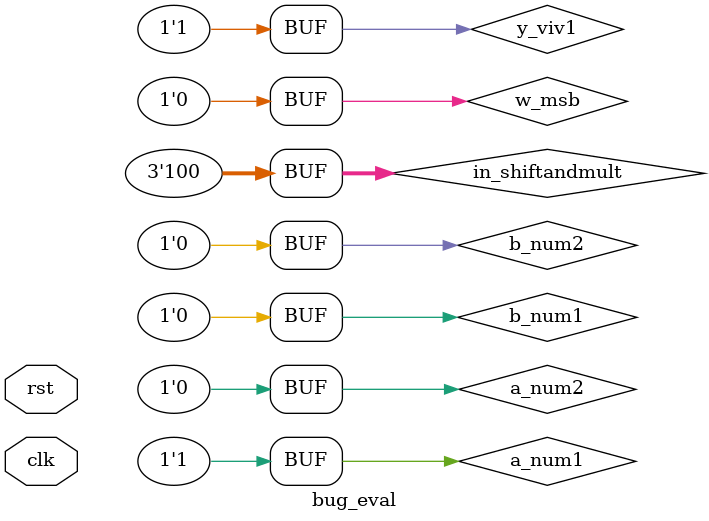
<source format=v>
`include "syn_yosys.v"
`include "syn_wrongmsb.v"
`include "goodbranch.v"
`include "badbranch.v"

module bug_eval (
    input wire clk,
    input wire rst,
    //goodbranchdec ,
    //badbranchdec
);

    wire y1, y2;
    wire [2:0] in_shiftandmult;
    wire y_viv1;
    wire w0_viv1;
    wire y_msb;
    wire w_msb;
    
    
    initial begin
        result = 5'b00000;
    end
    

    top_1 eval_top_1 (.y(y1), .w(in_shiftandmult));
    //top_vivado eval_top_vivado (.y(y_viv1), .w0(w0_viv1));
    topmsb_1 eval_topmsb_1 (.y(y_msb), .w(w_msb), .clk(clk));
   
    assign in_shiftandmult = 3'b100;
    //assign w0_viv1 = 1'b0;
    assign y_viv1 = 1;
    assign w_msb = 0;

    assign a_num1 = 1;
    assign a_num2 = 2;
    assign b_num1 = 4;
    assign b_num2 = 8;

    goodbranch goodbranch_instance (
        //goodbranchinst

    );
    badbranch badbranch_instance (
        //badbranchinst
        
    );

    always @* begin
        if (y1 == 1 && y_viv1 == 1 && y_msb == w_msb) begin
            //GOOD BRANCH
            result = a_out;
        end
        else begin
            //BAD BRANCH           
            result = b_out;
        end
    end
endmodule
</source>
